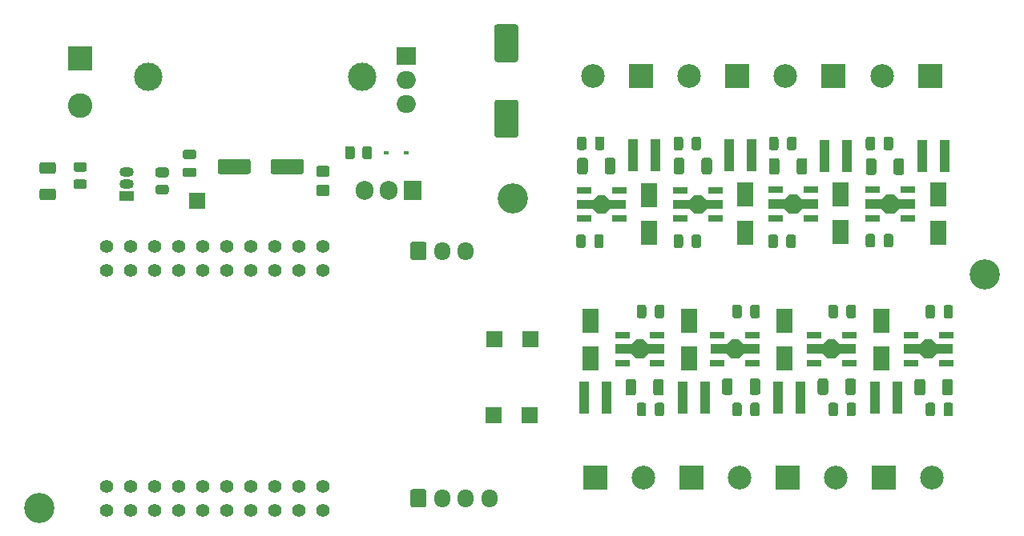
<source format=gts>
G04 #@! TF.GenerationSoftware,KiCad,Pcbnew,5.1.11-e4df9d881f~92~ubuntu20.04.1*
G04 #@! TF.CreationDate,2021-11-04T20:32:51+01:00*
G04 #@! TF.ProjectId,CC dimmer low voltage,43432064-696d-46d6-9572-206c6f772076,0.98*
G04 #@! TF.SameCoordinates,Original*
G04 #@! TF.FileFunction,Soldermask,Top*
G04 #@! TF.FilePolarity,Negative*
%FSLAX46Y46*%
G04 Gerber Fmt 4.6, Leading zero omitted, Abs format (unit mm)*
G04 Created by KiCad (PCBNEW 5.1.11-e4df9d881f~92~ubuntu20.04.1) date 2021-11-04 20:32:51*
%MOMM*%
%LPD*%
G01*
G04 APERTURE LIST*
%ADD10R,0.980000X3.400000*%
%ADD11C,3.000000*%
%ADD12R,1.700000X1.700000*%
%ADD13R,1.800000X2.500000*%
%ADD14C,3.200000*%
%ADD15R,0.600000X0.450000*%
%ADD16O,1.700000X1.950000*%
%ADD17O,2.000000X1.905000*%
%ADD18R,2.000000X1.905000*%
%ADD19O,1.500000X1.050000*%
%ADD20R,1.500000X1.050000*%
%ADD21R,1.905000X2.000000*%
%ADD22O,1.905000X2.000000*%
%ADD23R,2.600000X2.600000*%
%ADD24C,2.600000*%
%ADD25R,1.500000X0.700000*%
%ADD26C,0.150000*%
%ADD27C,1.400000*%
%ADD28C,2.500000*%
%ADD29R,2.500000X2.500000*%
G04 APERTURE END LIST*
G36*
G01*
X159235200Y-98516200D02*
X159235200Y-97566200D01*
G75*
G02*
X159485200Y-97316200I250000J0D01*
G01*
X159985200Y-97316200D01*
G75*
G02*
X160235200Y-97566200I0J-250000D01*
G01*
X160235200Y-98516200D01*
G75*
G02*
X159985200Y-98766200I-250000J0D01*
G01*
X159485200Y-98766200D01*
G75*
G02*
X159235200Y-98516200I0J250000D01*
G01*
G37*
G36*
G01*
X157335200Y-98516200D02*
X157335200Y-97566200D01*
G75*
G02*
X157585200Y-97316200I250000J0D01*
G01*
X158085200Y-97316200D01*
G75*
G02*
X158335200Y-97566200I0J-250000D01*
G01*
X158335200Y-98516200D01*
G75*
G02*
X158085200Y-98766200I-250000J0D01*
G01*
X157585200Y-98766200D01*
G75*
G02*
X157335200Y-98516200I0J250000D01*
G01*
G37*
D10*
X158159000Y-114576600D03*
X160529000Y-114576600D03*
X168547600Y-114576600D03*
X170917600Y-114576600D03*
X178665600Y-114576600D03*
X181035600Y-114576600D03*
X188893000Y-114576600D03*
X191263000Y-114576600D03*
X196266800Y-88998800D03*
X193896800Y-88998800D03*
X185929000Y-88998800D03*
X183559000Y-88998800D03*
X175845200Y-88948000D03*
X173475200Y-88948000D03*
X165659800Y-88973400D03*
X163289800Y-88973400D03*
D11*
X134731400Y-80642200D03*
X112131400Y-80642200D03*
D12*
X152423300Y-116495000D03*
X152473300Y-108445000D03*
D13*
X189570000Y-106429800D03*
X189570000Y-110429800D03*
D14*
X150652000Y-93545000D03*
D13*
X169224600Y-110429800D03*
X169224600Y-106429800D03*
G36*
G01*
X157411400Y-88153000D02*
X157411400Y-87203000D01*
G75*
G02*
X157661400Y-86953000I250000J0D01*
G01*
X158161400Y-86953000D01*
G75*
G02*
X158411400Y-87203000I0J-250000D01*
G01*
X158411400Y-88153000D01*
G75*
G02*
X158161400Y-88403000I-250000J0D01*
G01*
X157661400Y-88403000D01*
G75*
G02*
X157411400Y-88153000I0J250000D01*
G01*
G37*
G36*
G01*
X159311400Y-88153000D02*
X159311400Y-87203000D01*
G75*
G02*
X159561400Y-86953000I250000J0D01*
G01*
X160061400Y-86953000D01*
G75*
G02*
X160311400Y-87203000I0J-250000D01*
G01*
X160311400Y-88153000D01*
G75*
G02*
X160061400Y-88403000I-250000J0D01*
G01*
X159561400Y-88403000D01*
G75*
G02*
X159311400Y-88153000I0J250000D01*
G01*
G37*
G36*
G01*
X167622200Y-98516200D02*
X167622200Y-97566200D01*
G75*
G02*
X167872200Y-97316200I250000J0D01*
G01*
X168372200Y-97316200D01*
G75*
G02*
X168622200Y-97566200I0J-250000D01*
G01*
X168622200Y-98516200D01*
G75*
G02*
X168372200Y-98766200I-250000J0D01*
G01*
X167872200Y-98766200D01*
G75*
G02*
X167622200Y-98516200I0J250000D01*
G01*
G37*
G36*
G01*
X169522200Y-98516200D02*
X169522200Y-97566200D01*
G75*
G02*
X169772200Y-97316200I250000J0D01*
G01*
X170272200Y-97316200D01*
G75*
G02*
X170522200Y-97566200I0J-250000D01*
G01*
X170522200Y-98516200D01*
G75*
G02*
X170272200Y-98766200I-250000J0D01*
G01*
X169772200Y-98766200D01*
G75*
G02*
X169522200Y-98516200I0J250000D01*
G01*
G37*
G36*
G01*
X167622200Y-88178400D02*
X167622200Y-87228400D01*
G75*
G02*
X167872200Y-86978400I250000J0D01*
G01*
X168372200Y-86978400D01*
G75*
G02*
X168622200Y-87228400I0J-250000D01*
G01*
X168622200Y-88178400D01*
G75*
G02*
X168372200Y-88428400I-250000J0D01*
G01*
X167872200Y-88428400D01*
G75*
G02*
X167622200Y-88178400I0J250000D01*
G01*
G37*
G36*
G01*
X169522200Y-88178400D02*
X169522200Y-87228400D01*
G75*
G02*
X169772200Y-86978400I250000J0D01*
G01*
X170272200Y-86978400D01*
G75*
G02*
X170522200Y-87228400I0J-250000D01*
G01*
X170522200Y-88178400D01*
G75*
G02*
X170272200Y-88428400I-250000J0D01*
G01*
X169772200Y-88428400D01*
G75*
G02*
X169522200Y-88178400I0J250000D01*
G01*
G37*
G36*
G01*
X177629800Y-98516200D02*
X177629800Y-97566200D01*
G75*
G02*
X177879800Y-97316200I250000J0D01*
G01*
X178379800Y-97316200D01*
G75*
G02*
X178629800Y-97566200I0J-250000D01*
G01*
X178629800Y-98516200D01*
G75*
G02*
X178379800Y-98766200I-250000J0D01*
G01*
X177879800Y-98766200D01*
G75*
G02*
X177629800Y-98516200I0J250000D01*
G01*
G37*
G36*
G01*
X179529800Y-98516200D02*
X179529800Y-97566200D01*
G75*
G02*
X179779800Y-97316200I250000J0D01*
G01*
X180279800Y-97316200D01*
G75*
G02*
X180529800Y-97566200I0J-250000D01*
G01*
X180529800Y-98516200D01*
G75*
G02*
X180279800Y-98766200I-250000J0D01*
G01*
X179779800Y-98766200D01*
G75*
G02*
X179529800Y-98516200I0J250000D01*
G01*
G37*
G36*
G01*
X179606000Y-88178400D02*
X179606000Y-87228400D01*
G75*
G02*
X179856000Y-86978400I250000J0D01*
G01*
X180356000Y-86978400D01*
G75*
G02*
X180606000Y-87228400I0J-250000D01*
G01*
X180606000Y-88178400D01*
G75*
G02*
X180356000Y-88428400I-250000J0D01*
G01*
X179856000Y-88428400D01*
G75*
G02*
X179606000Y-88178400I0J250000D01*
G01*
G37*
G36*
G01*
X177706000Y-88178400D02*
X177706000Y-87228400D01*
G75*
G02*
X177956000Y-86978400I250000J0D01*
G01*
X178456000Y-86978400D01*
G75*
G02*
X178706000Y-87228400I0J-250000D01*
G01*
X178706000Y-88178400D01*
G75*
G02*
X178456000Y-88428400I-250000J0D01*
G01*
X177956000Y-88428400D01*
G75*
G02*
X177706000Y-88178400I0J250000D01*
G01*
G37*
G36*
G01*
X189816800Y-98465400D02*
X189816800Y-97515400D01*
G75*
G02*
X190066800Y-97265400I250000J0D01*
G01*
X190566800Y-97265400D01*
G75*
G02*
X190816800Y-97515400I0J-250000D01*
G01*
X190816800Y-98465400D01*
G75*
G02*
X190566800Y-98715400I-250000J0D01*
G01*
X190066800Y-98715400D01*
G75*
G02*
X189816800Y-98465400I0J250000D01*
G01*
G37*
G36*
G01*
X187916800Y-98465400D02*
X187916800Y-97515400D01*
G75*
G02*
X188166800Y-97265400I250000J0D01*
G01*
X188666800Y-97265400D01*
G75*
G02*
X188916800Y-97515400I0J-250000D01*
G01*
X188916800Y-98465400D01*
G75*
G02*
X188666800Y-98715400I-250000J0D01*
G01*
X188166800Y-98715400D01*
G75*
G02*
X187916800Y-98465400I0J250000D01*
G01*
G37*
G36*
G01*
X187916800Y-88178400D02*
X187916800Y-87228400D01*
G75*
G02*
X188166800Y-86978400I250000J0D01*
G01*
X188666800Y-86978400D01*
G75*
G02*
X188916800Y-87228400I0J-250000D01*
G01*
X188916800Y-88178400D01*
G75*
G02*
X188666800Y-88428400I-250000J0D01*
G01*
X188166800Y-88428400D01*
G75*
G02*
X187916800Y-88178400I0J250000D01*
G01*
G37*
G36*
G01*
X189816800Y-88178400D02*
X189816800Y-87228400D01*
G75*
G02*
X190066800Y-86978400I250000J0D01*
G01*
X190566800Y-86978400D01*
G75*
G02*
X190816800Y-87228400I0J-250000D01*
G01*
X190816800Y-88178400D01*
G75*
G02*
X190566800Y-88428400I-250000J0D01*
G01*
X190066800Y-88428400D01*
G75*
G02*
X189816800Y-88178400I0J250000D01*
G01*
G37*
G36*
G01*
X195241400Y-105033800D02*
X195241400Y-105983800D01*
G75*
G02*
X194991400Y-106233800I-250000J0D01*
G01*
X194491400Y-106233800D01*
G75*
G02*
X194241400Y-105983800I0J250000D01*
G01*
X194241400Y-105033800D01*
G75*
G02*
X194491400Y-104783800I250000J0D01*
G01*
X194991400Y-104783800D01*
G75*
G02*
X195241400Y-105033800I0J-250000D01*
G01*
G37*
G36*
G01*
X197141400Y-105033800D02*
X197141400Y-105983800D01*
G75*
G02*
X196891400Y-106233800I-250000J0D01*
G01*
X196391400Y-106233800D01*
G75*
G02*
X196141400Y-105983800I0J250000D01*
G01*
X196141400Y-105033800D01*
G75*
G02*
X196391400Y-104783800I250000J0D01*
G01*
X196891400Y-104783800D01*
G75*
G02*
X197141400Y-105033800I0J-250000D01*
G01*
G37*
G36*
G01*
X197141400Y-115371600D02*
X197141400Y-116321600D01*
G75*
G02*
X196891400Y-116571600I-250000J0D01*
G01*
X196391400Y-116571600D01*
G75*
G02*
X196141400Y-116321600I0J250000D01*
G01*
X196141400Y-115371600D01*
G75*
G02*
X196391400Y-115121600I250000J0D01*
G01*
X196891400Y-115121600D01*
G75*
G02*
X197141400Y-115371600I0J-250000D01*
G01*
G37*
G36*
G01*
X195241400Y-115371600D02*
X195241400Y-116321600D01*
G75*
G02*
X194991400Y-116571600I-250000J0D01*
G01*
X194491400Y-116571600D01*
G75*
G02*
X194241400Y-116321600I0J250000D01*
G01*
X194241400Y-115371600D01*
G75*
G02*
X194491400Y-115121600I250000J0D01*
G01*
X194991400Y-115121600D01*
G75*
G02*
X195241400Y-115371600I0J-250000D01*
G01*
G37*
G36*
G01*
X184979800Y-105008400D02*
X184979800Y-105958400D01*
G75*
G02*
X184729800Y-106208400I-250000J0D01*
G01*
X184229800Y-106208400D01*
G75*
G02*
X183979800Y-105958400I0J250000D01*
G01*
X183979800Y-105008400D01*
G75*
G02*
X184229800Y-104758400I250000J0D01*
G01*
X184729800Y-104758400D01*
G75*
G02*
X184979800Y-105008400I0J-250000D01*
G01*
G37*
G36*
G01*
X186879800Y-105008400D02*
X186879800Y-105958400D01*
G75*
G02*
X186629800Y-106208400I-250000J0D01*
G01*
X186129800Y-106208400D01*
G75*
G02*
X185879800Y-105958400I0J250000D01*
G01*
X185879800Y-105008400D01*
G75*
G02*
X186129800Y-104758400I250000J0D01*
G01*
X186629800Y-104758400D01*
G75*
G02*
X186879800Y-105008400I0J-250000D01*
G01*
G37*
G36*
G01*
X184995000Y-115371600D02*
X184995000Y-116321600D01*
G75*
G02*
X184745000Y-116571600I-250000J0D01*
G01*
X184245000Y-116571600D01*
G75*
G02*
X183995000Y-116321600I0J250000D01*
G01*
X183995000Y-115371600D01*
G75*
G02*
X184245000Y-115121600I250000J0D01*
G01*
X184745000Y-115121600D01*
G75*
G02*
X184995000Y-115371600I0J-250000D01*
G01*
G37*
G36*
G01*
X186895000Y-115371600D02*
X186895000Y-116321600D01*
G75*
G02*
X186645000Y-116571600I-250000J0D01*
G01*
X186145000Y-116571600D01*
G75*
G02*
X185895000Y-116321600I0J250000D01*
G01*
X185895000Y-115371600D01*
G75*
G02*
X186145000Y-115121600I250000J0D01*
G01*
X186645000Y-115121600D01*
G75*
G02*
X186895000Y-115371600I0J-250000D01*
G01*
G37*
G36*
G01*
X176719800Y-105008400D02*
X176719800Y-105958400D01*
G75*
G02*
X176469800Y-106208400I-250000J0D01*
G01*
X175969800Y-106208400D01*
G75*
G02*
X175719800Y-105958400I0J250000D01*
G01*
X175719800Y-105008400D01*
G75*
G02*
X175969800Y-104758400I250000J0D01*
G01*
X176469800Y-104758400D01*
G75*
G02*
X176719800Y-105008400I0J-250000D01*
G01*
G37*
G36*
G01*
X174819800Y-105008400D02*
X174819800Y-105958400D01*
G75*
G02*
X174569800Y-106208400I-250000J0D01*
G01*
X174069800Y-106208400D01*
G75*
G02*
X173819800Y-105958400I0J250000D01*
G01*
X173819800Y-105008400D01*
G75*
G02*
X174069800Y-104758400I250000J0D01*
G01*
X174569800Y-104758400D01*
G75*
G02*
X174819800Y-105008400I0J-250000D01*
G01*
G37*
G36*
G01*
X174819800Y-115371600D02*
X174819800Y-116321600D01*
G75*
G02*
X174569800Y-116571600I-250000J0D01*
G01*
X174069800Y-116571600D01*
G75*
G02*
X173819800Y-116321600I0J250000D01*
G01*
X173819800Y-115371600D01*
G75*
G02*
X174069800Y-115121600I250000J0D01*
G01*
X174569800Y-115121600D01*
G75*
G02*
X174819800Y-115371600I0J-250000D01*
G01*
G37*
G36*
G01*
X176719800Y-115371600D02*
X176719800Y-116321600D01*
G75*
G02*
X176469800Y-116571600I-250000J0D01*
G01*
X175969800Y-116571600D01*
G75*
G02*
X175719800Y-116321600I0J250000D01*
G01*
X175719800Y-115371600D01*
G75*
G02*
X175969800Y-115121600I250000J0D01*
G01*
X176469800Y-115121600D01*
G75*
G02*
X176719800Y-115371600I0J-250000D01*
G01*
G37*
G36*
G01*
X164736000Y-105008400D02*
X164736000Y-105958400D01*
G75*
G02*
X164486000Y-106208400I-250000J0D01*
G01*
X163986000Y-106208400D01*
G75*
G02*
X163736000Y-105958400I0J250000D01*
G01*
X163736000Y-105008400D01*
G75*
G02*
X163986000Y-104758400I250000J0D01*
G01*
X164486000Y-104758400D01*
G75*
G02*
X164736000Y-105008400I0J-250000D01*
G01*
G37*
G36*
G01*
X166636000Y-105008400D02*
X166636000Y-105958400D01*
G75*
G02*
X166386000Y-106208400I-250000J0D01*
G01*
X165886000Y-106208400D01*
G75*
G02*
X165636000Y-105958400I0J250000D01*
G01*
X165636000Y-105008400D01*
G75*
G02*
X165886000Y-104758400I250000J0D01*
G01*
X166386000Y-104758400D01*
G75*
G02*
X166636000Y-105008400I0J-250000D01*
G01*
G37*
G36*
G01*
X166625800Y-115371600D02*
X166625800Y-116321600D01*
G75*
G02*
X166375800Y-116571600I-250000J0D01*
G01*
X165875800Y-116571600D01*
G75*
G02*
X165625800Y-116321600I0J250000D01*
G01*
X165625800Y-115371600D01*
G75*
G02*
X165875800Y-115121600I250000J0D01*
G01*
X166375800Y-115121600D01*
G75*
G02*
X166625800Y-115371600I0J-250000D01*
G01*
G37*
G36*
G01*
X164725800Y-115371600D02*
X164725800Y-116321600D01*
G75*
G02*
X164475800Y-116571600I-250000J0D01*
G01*
X163975800Y-116571600D01*
G75*
G02*
X163725800Y-116321600I0J250000D01*
G01*
X163725800Y-115371600D01*
G75*
G02*
X163975800Y-115121600I250000J0D01*
G01*
X164475800Y-115121600D01*
G75*
G02*
X164725800Y-115371600I0J-250000D01*
G01*
G37*
G36*
G01*
X150946000Y-87074000D02*
X148946000Y-87074000D01*
G75*
G02*
X148696000Y-86824000I0J250000D01*
G01*
X148696000Y-83324000D01*
G75*
G02*
X148946000Y-83074000I250000J0D01*
G01*
X150946000Y-83074000D01*
G75*
G02*
X151196000Y-83324000I0J-250000D01*
G01*
X151196000Y-86824000D01*
G75*
G02*
X150946000Y-87074000I-250000J0D01*
G01*
G37*
G36*
G01*
X150946000Y-79074000D02*
X148946000Y-79074000D01*
G75*
G02*
X148696000Y-78824000I0J250000D01*
G01*
X148696000Y-75324000D01*
G75*
G02*
X148946000Y-75074000I250000J0D01*
G01*
X150946000Y-75074000D01*
G75*
G02*
X151196000Y-75324000I0J-250000D01*
G01*
X151196000Y-78824000D01*
G75*
G02*
X150946000Y-79074000I-250000J0D01*
G01*
G37*
G36*
G01*
X128537200Y-89591800D02*
X128537200Y-90691800D01*
G75*
G02*
X128287200Y-90941800I-250000J0D01*
G01*
X125287200Y-90941800D01*
G75*
G02*
X125037200Y-90691800I0J250000D01*
G01*
X125037200Y-89591800D01*
G75*
G02*
X125287200Y-89341800I250000J0D01*
G01*
X128287200Y-89341800D01*
G75*
G02*
X128537200Y-89591800I0J-250000D01*
G01*
G37*
G36*
G01*
X122937200Y-89591800D02*
X122937200Y-90691800D01*
G75*
G02*
X122687200Y-90941800I-250000J0D01*
G01*
X119687200Y-90941800D01*
G75*
G02*
X119437200Y-90691800I0J250000D01*
G01*
X119437200Y-89591800D01*
G75*
G02*
X119687200Y-89341800I250000J0D01*
G01*
X122687200Y-89341800D01*
G75*
G02*
X122937200Y-89591800I0J-250000D01*
G01*
G37*
G36*
G01*
X116943800Y-91261600D02*
X115993800Y-91261600D01*
G75*
G02*
X115743800Y-91011600I0J250000D01*
G01*
X115743800Y-90511600D01*
G75*
G02*
X115993800Y-90261600I250000J0D01*
G01*
X116943800Y-90261600D01*
G75*
G02*
X117193800Y-90511600I0J-250000D01*
G01*
X117193800Y-91011600D01*
G75*
G02*
X116943800Y-91261600I-250000J0D01*
G01*
G37*
G36*
G01*
X116943800Y-89361600D02*
X115993800Y-89361600D01*
G75*
G02*
X115743800Y-89111600I0J250000D01*
G01*
X115743800Y-88611600D01*
G75*
G02*
X115993800Y-88361600I250000J0D01*
G01*
X116943800Y-88361600D01*
G75*
G02*
X117193800Y-88611600I0J-250000D01*
G01*
X117193800Y-89111600D01*
G75*
G02*
X116943800Y-89361600I-250000J0D01*
G01*
G37*
X164982800Y-97145600D03*
X164982800Y-93145600D03*
X175219000Y-97120200D03*
X175219000Y-93120200D03*
X185226600Y-97094800D03*
X185226600Y-93094800D03*
X195615200Y-93120200D03*
X195615200Y-97120200D03*
X179359200Y-110429800D03*
X179359200Y-106429800D03*
X158836000Y-110455200D03*
X158836000Y-106455200D03*
D15*
X139337400Y-88668600D03*
X137237400Y-88668600D03*
G36*
G01*
X102107800Y-93716200D02*
X100857800Y-93716200D01*
G75*
G02*
X100607800Y-93466200I0J250000D01*
G01*
X100607800Y-92716200D01*
G75*
G02*
X100857800Y-92466200I250000J0D01*
G01*
X102107800Y-92466200D01*
G75*
G02*
X102357800Y-92716200I0J-250000D01*
G01*
X102357800Y-93466200D01*
G75*
G02*
X102107800Y-93716200I-250000J0D01*
G01*
G37*
G36*
G01*
X102107800Y-90916200D02*
X100857800Y-90916200D01*
G75*
G02*
X100607800Y-90666200I0J250000D01*
G01*
X100607800Y-89916200D01*
G75*
G02*
X100857800Y-89666200I250000J0D01*
G01*
X102107800Y-89666200D01*
G75*
G02*
X102357800Y-89916200I0J-250000D01*
G01*
X102357800Y-90666200D01*
G75*
G02*
X102107800Y-90916200I-250000J0D01*
G01*
G37*
G36*
G01*
X130115799Y-90056400D02*
X131015801Y-90056400D01*
G75*
G02*
X131265800Y-90306399I0J-249999D01*
G01*
X131265800Y-91006401D01*
G75*
G02*
X131015801Y-91256400I-249999J0D01*
G01*
X130115799Y-91256400D01*
G75*
G02*
X129865800Y-91006401I0J249999D01*
G01*
X129865800Y-90306399D01*
G75*
G02*
X130115799Y-90056400I249999J0D01*
G01*
G37*
G36*
G01*
X130115799Y-92056400D02*
X131015801Y-92056400D01*
G75*
G02*
X131265800Y-92306399I0J-249999D01*
G01*
X131265800Y-93006401D01*
G75*
G02*
X131015801Y-93256400I-249999J0D01*
G01*
X130115799Y-93256400D01*
G75*
G02*
X129865800Y-93006401I0J249999D01*
G01*
X129865800Y-92306399D01*
G75*
G02*
X130115799Y-92056400I249999J0D01*
G01*
G37*
D14*
X100619200Y-126286000D03*
X200466600Y-101521000D03*
G36*
G01*
X139802000Y-99782200D02*
X139802000Y-98332200D01*
G75*
G02*
X140052000Y-98082200I250000J0D01*
G01*
X141252000Y-98082200D01*
G75*
G02*
X141502000Y-98332200I0J-250000D01*
G01*
X141502000Y-99782200D01*
G75*
G02*
X141252000Y-100032200I-250000J0D01*
G01*
X140052000Y-100032200D01*
G75*
G02*
X139802000Y-99782200I0J250000D01*
G01*
G37*
D16*
X143152000Y-99057200D03*
X145652000Y-99057200D03*
G36*
G01*
X139802000Y-125969600D02*
X139802000Y-124519600D01*
G75*
G02*
X140052000Y-124269600I250000J0D01*
G01*
X141252000Y-124269600D01*
G75*
G02*
X141502000Y-124519600I0J-250000D01*
G01*
X141502000Y-125969600D01*
G75*
G02*
X141252000Y-126219600I-250000J0D01*
G01*
X140052000Y-126219600D01*
G75*
G02*
X139802000Y-125969600I0J250000D01*
G01*
G37*
X143152000Y-125244600D03*
X145652000Y-125244600D03*
X148152000Y-125244600D03*
D12*
X148652000Y-108445000D03*
X148602000Y-116495000D03*
X117230800Y-93774000D03*
D17*
X139354200Y-83487000D03*
X139354200Y-80947000D03*
D18*
X139354200Y-78407000D03*
G36*
G01*
X157420600Y-90716003D02*
X157420600Y-89465997D01*
G75*
G02*
X157670597Y-89216000I249997J0D01*
G01*
X158295603Y-89216000D01*
G75*
G02*
X158545600Y-89465997I0J-249997D01*
G01*
X158545600Y-90716003D01*
G75*
G02*
X158295603Y-90966000I-249997J0D01*
G01*
X157670597Y-90966000D01*
G75*
G02*
X157420600Y-90716003I0J249997D01*
G01*
G37*
G36*
G01*
X160345600Y-90716003D02*
X160345600Y-89465997D01*
G75*
G02*
X160595597Y-89216000I249997J0D01*
G01*
X161220603Y-89216000D01*
G75*
G02*
X161470600Y-89465997I0J-249997D01*
G01*
X161470600Y-90716003D01*
G75*
G02*
X161220603Y-90966000I-249997J0D01*
G01*
X160595597Y-90966000D01*
G75*
G02*
X160345600Y-90716003I0J249997D01*
G01*
G37*
G36*
G01*
X170556400Y-90716003D02*
X170556400Y-89465997D01*
G75*
G02*
X170806397Y-89216000I249997J0D01*
G01*
X171431403Y-89216000D01*
G75*
G02*
X171681400Y-89465997I0J-249997D01*
G01*
X171681400Y-90716003D01*
G75*
G02*
X171431403Y-90966000I-249997J0D01*
G01*
X170806397Y-90966000D01*
G75*
G02*
X170556400Y-90716003I0J249997D01*
G01*
G37*
G36*
G01*
X167631400Y-90716003D02*
X167631400Y-89465997D01*
G75*
G02*
X167881397Y-89216000I249997J0D01*
G01*
X168506403Y-89216000D01*
G75*
G02*
X168756400Y-89465997I0J-249997D01*
G01*
X168756400Y-90716003D01*
G75*
G02*
X168506403Y-90966000I-249997J0D01*
G01*
X167881397Y-90966000D01*
G75*
G02*
X167631400Y-90716003I0J249997D01*
G01*
G37*
G36*
G01*
X180614800Y-90741403D02*
X180614800Y-89491397D01*
G75*
G02*
X180864797Y-89241400I249997J0D01*
G01*
X181489803Y-89241400D01*
G75*
G02*
X181739800Y-89491397I0J-249997D01*
G01*
X181739800Y-90741403D01*
G75*
G02*
X181489803Y-90991400I-249997J0D01*
G01*
X180864797Y-90991400D01*
G75*
G02*
X180614800Y-90741403I0J249997D01*
G01*
G37*
G36*
G01*
X177689800Y-90741403D02*
X177689800Y-89491397D01*
G75*
G02*
X177939797Y-89241400I249997J0D01*
G01*
X178564803Y-89241400D01*
G75*
G02*
X178814800Y-89491397I0J-249997D01*
G01*
X178814800Y-90741403D01*
G75*
G02*
X178564803Y-90991400I-249997J0D01*
G01*
X177939797Y-90991400D01*
G75*
G02*
X177689800Y-90741403I0J249997D01*
G01*
G37*
G36*
G01*
X187926000Y-90766803D02*
X187926000Y-89516797D01*
G75*
G02*
X188175997Y-89266800I249997J0D01*
G01*
X188801003Y-89266800D01*
G75*
G02*
X189051000Y-89516797I0J-249997D01*
G01*
X189051000Y-90766803D01*
G75*
G02*
X188801003Y-91016800I-249997J0D01*
G01*
X188175997Y-91016800D01*
G75*
G02*
X187926000Y-90766803I0J249997D01*
G01*
G37*
G36*
G01*
X190851000Y-90766803D02*
X190851000Y-89516797D01*
G75*
G02*
X191100997Y-89266800I249997J0D01*
G01*
X191726003Y-89266800D01*
G75*
G02*
X191976000Y-89516797I0J-249997D01*
G01*
X191976000Y-90766803D01*
G75*
G02*
X191726003Y-91016800I-249997J0D01*
G01*
X191100997Y-91016800D01*
G75*
G02*
X190851000Y-90766803I0J249997D01*
G01*
G37*
G36*
G01*
X194202000Y-112869997D02*
X194202000Y-114120003D01*
G75*
G02*
X193952003Y-114370000I-249997J0D01*
G01*
X193326997Y-114370000D01*
G75*
G02*
X193077000Y-114120003I0J249997D01*
G01*
X193077000Y-112869997D01*
G75*
G02*
X193326997Y-112620000I249997J0D01*
G01*
X193952003Y-112620000D01*
G75*
G02*
X194202000Y-112869997I0J-249997D01*
G01*
G37*
G36*
G01*
X197127000Y-112869997D02*
X197127000Y-114120003D01*
G75*
G02*
X196877003Y-114370000I-249997J0D01*
G01*
X196251997Y-114370000D01*
G75*
G02*
X196002000Y-114120003I0J249997D01*
G01*
X196002000Y-112869997D01*
G75*
G02*
X196251997Y-112620000I249997J0D01*
G01*
X196877003Y-112620000D01*
G75*
G02*
X197127000Y-112869997I0J-249997D01*
G01*
G37*
G36*
G01*
X186881300Y-112808597D02*
X186881300Y-114058603D01*
G75*
G02*
X186631303Y-114308600I-249997J0D01*
G01*
X186006297Y-114308600D01*
G75*
G02*
X185756300Y-114058603I0J249997D01*
G01*
X185756300Y-112808597D01*
G75*
G02*
X186006297Y-112558600I249997J0D01*
G01*
X186631303Y-112558600D01*
G75*
G02*
X186881300Y-112808597I0J-249997D01*
G01*
G37*
G36*
G01*
X183956300Y-112808597D02*
X183956300Y-114058603D01*
G75*
G02*
X183706303Y-114308600I-249997J0D01*
G01*
X183081297Y-114308600D01*
G75*
G02*
X182831300Y-114058603I0J249997D01*
G01*
X182831300Y-112808597D01*
G75*
G02*
X183081297Y-112558600I249997J0D01*
G01*
X183706303Y-112558600D01*
G75*
G02*
X183956300Y-112808597I0J-249997D01*
G01*
G37*
G36*
G01*
X173852000Y-112808597D02*
X173852000Y-114058603D01*
G75*
G02*
X173602003Y-114308600I-249997J0D01*
G01*
X172976997Y-114308600D01*
G75*
G02*
X172727000Y-114058603I0J249997D01*
G01*
X172727000Y-112808597D01*
G75*
G02*
X172976997Y-112558600I249997J0D01*
G01*
X173602003Y-112558600D01*
G75*
G02*
X173852000Y-112808597I0J-249997D01*
G01*
G37*
G36*
G01*
X176777000Y-112808597D02*
X176777000Y-114058603D01*
G75*
G02*
X176527003Y-114308600I-249997J0D01*
G01*
X175901997Y-114308600D01*
G75*
G02*
X175652000Y-114058603I0J249997D01*
G01*
X175652000Y-112808597D01*
G75*
G02*
X175901997Y-112558600I249997J0D01*
G01*
X176527003Y-112558600D01*
G75*
G02*
X176777000Y-112808597I0J-249997D01*
G01*
G37*
G36*
G01*
X166577000Y-112869997D02*
X166577000Y-114120003D01*
G75*
G02*
X166327003Y-114370000I-249997J0D01*
G01*
X165701997Y-114370000D01*
G75*
G02*
X165452000Y-114120003I0J249997D01*
G01*
X165452000Y-112869997D01*
G75*
G02*
X165701997Y-112620000I249997J0D01*
G01*
X166327003Y-112620000D01*
G75*
G02*
X166577000Y-112869997I0J-249997D01*
G01*
G37*
G36*
G01*
X163652000Y-112869997D02*
X163652000Y-114120003D01*
G75*
G02*
X163402003Y-114370000I-249997J0D01*
G01*
X162776997Y-114370000D01*
G75*
G02*
X162527000Y-114120003I0J249997D01*
G01*
X162527000Y-112869997D01*
G75*
G02*
X162776997Y-112620000I249997J0D01*
G01*
X163402003Y-112620000D01*
G75*
G02*
X163652000Y-112869997I0J-249997D01*
G01*
G37*
G36*
G01*
X113123198Y-90240800D02*
X114023202Y-90240800D01*
G75*
G02*
X114273200Y-90490798I0J-249998D01*
G01*
X114273200Y-91015802D01*
G75*
G02*
X114023202Y-91265800I-249998J0D01*
G01*
X113123198Y-91265800D01*
G75*
G02*
X112873200Y-91015802I0J249998D01*
G01*
X112873200Y-90490798D01*
G75*
G02*
X113123198Y-90240800I249998J0D01*
G01*
G37*
G36*
G01*
X113123198Y-92065800D02*
X114023202Y-92065800D01*
G75*
G02*
X114273200Y-92315798I0J-249998D01*
G01*
X114273200Y-92840802D01*
G75*
G02*
X114023202Y-93090800I-249998J0D01*
G01*
X113123198Y-93090800D01*
G75*
G02*
X112873200Y-92840802I0J249998D01*
G01*
X112873200Y-92315798D01*
G75*
G02*
X113123198Y-92065800I249998J0D01*
G01*
G37*
G36*
G01*
X133925000Y-88218598D02*
X133925000Y-89118602D01*
G75*
G02*
X133675002Y-89368600I-249998J0D01*
G01*
X133149998Y-89368600D01*
G75*
G02*
X132900000Y-89118602I0J249998D01*
G01*
X132900000Y-88218598D01*
G75*
G02*
X133149998Y-87968600I249998J0D01*
G01*
X133675002Y-87968600D01*
G75*
G02*
X133925000Y-88218598I0J-249998D01*
G01*
G37*
G36*
G01*
X135750000Y-88218598D02*
X135750000Y-89118602D01*
G75*
G02*
X135500002Y-89368600I-249998J0D01*
G01*
X134974998Y-89368600D01*
G75*
G02*
X134725000Y-89118602I0J249998D01*
G01*
X134725000Y-88218598D01*
G75*
G02*
X134974998Y-87968600I249998J0D01*
G01*
X135500002Y-87968600D01*
G75*
G02*
X135750000Y-88218598I0J-249998D01*
G01*
G37*
G36*
G01*
X105361802Y-92506600D02*
X104461798Y-92506600D01*
G75*
G02*
X104211800Y-92256602I0J249998D01*
G01*
X104211800Y-91731598D01*
G75*
G02*
X104461798Y-91481600I249998J0D01*
G01*
X105361802Y-91481600D01*
G75*
G02*
X105611800Y-91731598I0J-249998D01*
G01*
X105611800Y-92256602D01*
G75*
G02*
X105361802Y-92506600I-249998J0D01*
G01*
G37*
G36*
G01*
X105361802Y-90681600D02*
X104461798Y-90681600D01*
G75*
G02*
X104211800Y-90431602I0J249998D01*
G01*
X104211800Y-89906598D01*
G75*
G02*
X104461798Y-89656600I249998J0D01*
G01*
X105361802Y-89656600D01*
G75*
G02*
X105611800Y-89906598I0J-249998D01*
G01*
X105611800Y-90431602D01*
G75*
G02*
X105361802Y-90681600I-249998J0D01*
G01*
G37*
D19*
X109839400Y-91996000D03*
X109839400Y-90726000D03*
D20*
X109839400Y-93266000D03*
D21*
X140040000Y-92681800D03*
D22*
X137500000Y-92681800D03*
X134960000Y-92681800D03*
D23*
X104932000Y-78685000D03*
D24*
X104932000Y-83685000D03*
D25*
X158152000Y-95645000D03*
X158152000Y-92645000D03*
X161852000Y-95645000D03*
X161852000Y-92645000D03*
D26*
G36*
X159102000Y-94645000D02*
G01*
X157402000Y-94645000D01*
X157402000Y-93645000D01*
X159102000Y-93645000D01*
X159602000Y-93145000D01*
X160402000Y-93145000D01*
X160902000Y-93645000D01*
X162602000Y-93645000D01*
X162602000Y-94645000D01*
X160902000Y-94645000D01*
X160402000Y-95145000D01*
X159602000Y-95145000D01*
X159102000Y-94645000D01*
G37*
D25*
X168352000Y-95645000D03*
X168352000Y-92645000D03*
X172052000Y-95645000D03*
X172052000Y-92645000D03*
D26*
G36*
X169302000Y-94645000D02*
G01*
X167602000Y-94645000D01*
X167602000Y-93645000D01*
X169302000Y-93645000D01*
X169802000Y-93145000D01*
X170602000Y-93145000D01*
X171102000Y-93645000D01*
X172802000Y-93645000D01*
X172802000Y-94645000D01*
X171102000Y-94645000D01*
X170602000Y-95145000D01*
X169802000Y-95145000D01*
X169302000Y-94645000D01*
G37*
G36*
X179352000Y-94595000D02*
G01*
X177652000Y-94595000D01*
X177652000Y-93595000D01*
X179352000Y-93595000D01*
X179852000Y-93095000D01*
X180652000Y-93095000D01*
X181152000Y-93595000D01*
X182852000Y-93595000D01*
X182852000Y-94595000D01*
X181152000Y-94595000D01*
X180652000Y-95095000D01*
X179852000Y-95095000D01*
X179352000Y-94595000D01*
G37*
D25*
X182102000Y-92595000D03*
X182102000Y-95595000D03*
X178402000Y-92595000D03*
X178402000Y-95595000D03*
D26*
G36*
X189602000Y-94595000D02*
G01*
X187902000Y-94595000D01*
X187902000Y-93595000D01*
X189602000Y-93595000D01*
X190102000Y-93095000D01*
X190902000Y-93095000D01*
X191402000Y-93595000D01*
X193102000Y-93595000D01*
X193102000Y-94595000D01*
X191402000Y-94595000D01*
X190902000Y-95095000D01*
X190102000Y-95095000D01*
X189602000Y-94595000D01*
G37*
D25*
X192352000Y-92595000D03*
X192352000Y-95595000D03*
X188652000Y-92595000D03*
X188652000Y-95595000D03*
D26*
G36*
X195452000Y-108945000D02*
G01*
X197152000Y-108945000D01*
X197152000Y-109945000D01*
X195452000Y-109945000D01*
X194952000Y-110445000D01*
X194152000Y-110445000D01*
X193652000Y-109945000D01*
X191952000Y-109945000D01*
X191952000Y-108945000D01*
X193652000Y-108945000D01*
X194152000Y-108445000D01*
X194952000Y-108445000D01*
X195452000Y-108945000D01*
G37*
D25*
X192702000Y-110945000D03*
X192702000Y-107945000D03*
X196402000Y-110945000D03*
X196402000Y-107945000D03*
D26*
G36*
X185202000Y-108945000D02*
G01*
X186902000Y-108945000D01*
X186902000Y-109945000D01*
X185202000Y-109945000D01*
X184702000Y-110445000D01*
X183902000Y-110445000D01*
X183402000Y-109945000D01*
X181702000Y-109945000D01*
X181702000Y-108945000D01*
X183402000Y-108945000D01*
X183902000Y-108445000D01*
X184702000Y-108445000D01*
X185202000Y-108945000D01*
G37*
D25*
X182452000Y-110945000D03*
X182452000Y-107945000D03*
X186152000Y-110945000D03*
X186152000Y-107945000D03*
X175952000Y-107945000D03*
X175952000Y-110945000D03*
X172252000Y-107945000D03*
X172252000Y-110945000D03*
D26*
G36*
X175002000Y-108945000D02*
G01*
X176702000Y-108945000D01*
X176702000Y-109945000D01*
X175002000Y-109945000D01*
X174502000Y-110445000D01*
X173702000Y-110445000D01*
X173202000Y-109945000D01*
X171502000Y-109945000D01*
X171502000Y-108945000D01*
X173202000Y-108945000D01*
X173702000Y-108445000D01*
X174502000Y-108445000D01*
X175002000Y-108945000D01*
G37*
D25*
X165902000Y-107945000D03*
X165902000Y-110945000D03*
X162202000Y-107945000D03*
X162202000Y-110945000D03*
D26*
G36*
X164952000Y-108945000D02*
G01*
X166652000Y-108945000D01*
X166652000Y-109945000D01*
X164952000Y-109945000D01*
X164452000Y-110445000D01*
X163652000Y-110445000D01*
X163152000Y-109945000D01*
X161452000Y-109945000D01*
X161452000Y-108945000D01*
X163152000Y-108945000D01*
X163652000Y-108445000D01*
X164452000Y-108445000D01*
X164952000Y-108945000D01*
G37*
D27*
X107722000Y-124025000D03*
X107722000Y-126565000D03*
X110262000Y-126565000D03*
X110262000Y-124025000D03*
X112802000Y-126565000D03*
X112802000Y-124025000D03*
X115342000Y-126565000D03*
X115342000Y-124025000D03*
X117882000Y-126565000D03*
X117882000Y-124025000D03*
X120422000Y-126565000D03*
X120422000Y-124025000D03*
X122962000Y-126565000D03*
X122962000Y-124025000D03*
X125502000Y-126565000D03*
X125502000Y-124025000D03*
X128042000Y-126565000D03*
X128042000Y-124025000D03*
X130582000Y-126565000D03*
X130582000Y-124025000D03*
X107722000Y-101165000D03*
X107722000Y-98625000D03*
X110262000Y-101165000D03*
X110262000Y-98625000D03*
X112802000Y-101165000D03*
X112802000Y-98625000D03*
X115342000Y-101165000D03*
X115342000Y-98625000D03*
X117882000Y-101165000D03*
X117882000Y-98625000D03*
X120422000Y-101165000D03*
X120422000Y-98625000D03*
X122962000Y-101165000D03*
X122962000Y-98625000D03*
X125502000Y-101165000D03*
X125502000Y-98625000D03*
X128042000Y-101165000D03*
X128042000Y-98625000D03*
X130582000Y-101165000D03*
X130582000Y-98625000D03*
D28*
X159122000Y-80535000D03*
D29*
X164202000Y-80535000D03*
X174372000Y-80535000D03*
D28*
X169292000Y-80535000D03*
X179452000Y-80535000D03*
D29*
X184532000Y-80535000D03*
X194702000Y-80535000D03*
D28*
X189622000Y-80535000D03*
D29*
X189792000Y-123025000D03*
D28*
X194872000Y-123025000D03*
X184712000Y-123025000D03*
D29*
X179632000Y-123025000D03*
X169472000Y-123025000D03*
D28*
X174552000Y-123025000D03*
X164402000Y-123025000D03*
D29*
X159322000Y-123025000D03*
M02*

</source>
